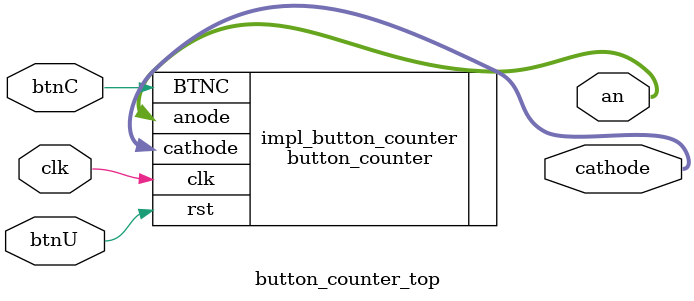
<source format=sv>
module button_counter_top
	(
		input logic clk,
		input logic btnC,
		input logic btnU,
		output logic[3:0] an,
		output logic[6:0] cathode
	);
	button_counter impl_button_counter (
		.clk(clk),
		.BTNC(btnC),
		.rst(btnU),
		.anode(an),
		.cathode(cathode)
	);
endmodule
</source>
